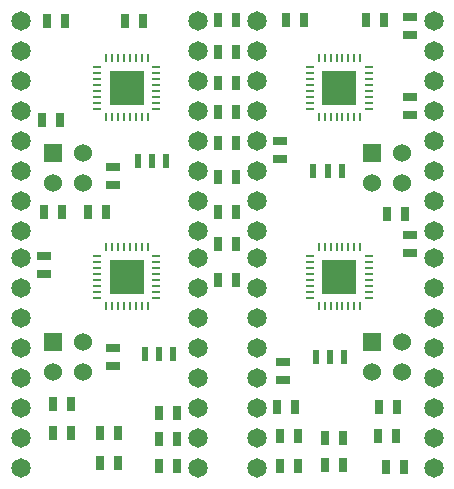
<source format=gts>
G04 (created by PCBNEW (2013-mar-13)-testing) date Tue 30 Sep 2014 12:27:09 PM PDT*
%MOIN*%
G04 Gerber Fmt 3.4, Leading zero omitted, Abs format*
%FSLAX34Y34*%
G01*
G70*
G90*
G04 APERTURE LIST*
%ADD10C,0.005906*%
%ADD11R,0.045000X0.025000*%
%ADD12C,0.065000*%
%ADD13R,0.019700X0.051200*%
%ADD14R,0.030000X0.010000*%
%ADD15R,0.010000X0.030000*%
%ADD16R,0.118100X0.118100*%
%ADD17R,0.025000X0.045000*%
%ADD18R,0.060000X0.060000*%
%ADD19C,0.060000*%
G04 APERTURE END LIST*
G54D10*
G54D11*
X23740Y-24975D03*
X23740Y-25575D03*
G54D12*
X20669Y-20122D03*
X20669Y-21122D03*
X20669Y-22122D03*
X20669Y-23122D03*
X20669Y-24122D03*
X20669Y-25122D03*
X20669Y-26122D03*
X20669Y-27122D03*
X26574Y-27122D03*
X26574Y-26122D03*
X26574Y-25122D03*
X26574Y-24122D03*
X26574Y-23122D03*
X26574Y-22122D03*
X26574Y-21122D03*
X26574Y-20122D03*
X20669Y-27996D03*
X20669Y-28996D03*
X20669Y-29996D03*
X20669Y-30996D03*
X20669Y-31996D03*
X20669Y-32996D03*
X20669Y-33996D03*
X20669Y-34996D03*
X26574Y-34996D03*
X26574Y-33996D03*
X26574Y-32996D03*
X26574Y-31996D03*
X26574Y-30996D03*
X26574Y-29996D03*
X26574Y-28996D03*
X26574Y-27996D03*
X28543Y-20122D03*
X28543Y-21122D03*
X28543Y-22122D03*
X28543Y-23122D03*
X28543Y-24122D03*
X28543Y-25122D03*
X28543Y-26122D03*
X28543Y-27122D03*
X34448Y-27122D03*
X34448Y-26122D03*
X34448Y-25122D03*
X34448Y-24122D03*
X34448Y-23122D03*
X34448Y-22122D03*
X34448Y-21122D03*
X34448Y-20122D03*
X28543Y-27996D03*
X28543Y-28996D03*
X28543Y-29996D03*
X28543Y-30996D03*
X28543Y-31996D03*
X28543Y-32996D03*
X28543Y-33996D03*
X28543Y-34996D03*
X34448Y-34996D03*
X34448Y-33996D03*
X34448Y-32996D03*
X34448Y-31996D03*
X34448Y-30996D03*
X34448Y-29996D03*
X34448Y-28996D03*
X34448Y-27996D03*
G54D13*
X25039Y-24763D03*
X25511Y-24763D03*
X24567Y-24763D03*
X25275Y-31220D03*
X25747Y-31220D03*
X24803Y-31220D03*
X30905Y-25118D03*
X31377Y-25118D03*
X30433Y-25118D03*
X30984Y-31299D03*
X31456Y-31299D03*
X30512Y-31299D03*
G54D11*
X23740Y-30999D03*
X23740Y-31599D03*
G54D14*
X23228Y-22834D03*
X23228Y-22637D03*
X23228Y-22440D03*
X23228Y-23031D03*
G54D15*
X23523Y-23326D03*
X23720Y-23326D03*
X23917Y-23326D03*
X24114Y-23326D03*
X24310Y-23326D03*
X24507Y-23326D03*
X24704Y-23326D03*
X24901Y-23326D03*
G54D14*
X25196Y-21653D03*
X25196Y-23031D03*
X25196Y-22834D03*
X25196Y-22637D03*
X25196Y-22440D03*
X25196Y-22244D03*
X25196Y-22047D03*
X25196Y-21850D03*
G54D15*
X24901Y-21358D03*
X24704Y-21358D03*
X24507Y-21358D03*
X24310Y-21358D03*
X24114Y-21358D03*
X23917Y-21358D03*
X23720Y-21358D03*
X23523Y-21358D03*
G54D14*
X23228Y-21653D03*
X23228Y-21850D03*
X23228Y-22047D03*
X23228Y-22244D03*
G54D16*
X24212Y-22342D03*
G54D14*
X23228Y-29133D03*
X23228Y-28936D03*
X23228Y-28739D03*
X23228Y-29330D03*
G54D15*
X23523Y-29625D03*
X23720Y-29625D03*
X23917Y-29625D03*
X24114Y-29625D03*
X24310Y-29625D03*
X24507Y-29625D03*
X24704Y-29625D03*
X24901Y-29625D03*
G54D14*
X25196Y-27952D03*
X25196Y-29330D03*
X25196Y-29133D03*
X25196Y-28936D03*
X25196Y-28739D03*
X25196Y-28543D03*
X25196Y-28346D03*
X25196Y-28149D03*
G54D15*
X24901Y-27657D03*
X24704Y-27657D03*
X24507Y-27657D03*
X24310Y-27657D03*
X24114Y-27657D03*
X23917Y-27657D03*
X23720Y-27657D03*
X23523Y-27657D03*
G54D14*
X23228Y-27952D03*
X23228Y-28149D03*
X23228Y-28346D03*
X23228Y-28543D03*
G54D16*
X24212Y-28641D03*
G54D14*
X30315Y-22834D03*
X30315Y-22637D03*
X30315Y-22440D03*
X30315Y-23031D03*
G54D15*
X30610Y-23326D03*
X30807Y-23326D03*
X31004Y-23326D03*
X31201Y-23326D03*
X31397Y-23326D03*
X31594Y-23326D03*
X31791Y-23326D03*
X31988Y-23326D03*
G54D14*
X32283Y-21653D03*
X32283Y-23031D03*
X32283Y-22834D03*
X32283Y-22637D03*
X32283Y-22440D03*
X32283Y-22244D03*
X32283Y-22047D03*
X32283Y-21850D03*
G54D15*
X31988Y-21358D03*
X31791Y-21358D03*
X31594Y-21358D03*
X31397Y-21358D03*
X31201Y-21358D03*
X31004Y-21358D03*
X30807Y-21358D03*
X30610Y-21358D03*
G54D14*
X30315Y-21653D03*
X30315Y-21850D03*
X30315Y-22047D03*
X30315Y-22244D03*
G54D16*
X31299Y-22342D03*
G54D14*
X30315Y-29133D03*
X30315Y-28936D03*
X30315Y-28739D03*
X30315Y-29330D03*
G54D15*
X30610Y-29625D03*
X30807Y-29625D03*
X31004Y-29625D03*
X31201Y-29625D03*
X31397Y-29625D03*
X31594Y-29625D03*
X31791Y-29625D03*
X31988Y-29625D03*
G54D14*
X32283Y-27952D03*
X32283Y-29330D03*
X32283Y-29133D03*
X32283Y-28936D03*
X32283Y-28739D03*
X32283Y-28543D03*
X32283Y-28346D03*
X32283Y-28149D03*
G54D15*
X31988Y-27657D03*
X31791Y-27657D03*
X31594Y-27657D03*
X31397Y-27657D03*
X31201Y-27657D03*
X31004Y-27657D03*
X30807Y-27657D03*
X30610Y-27657D03*
G54D14*
X30315Y-27952D03*
X30315Y-28149D03*
X30315Y-28346D03*
X30315Y-28543D03*
G54D16*
X31299Y-28641D03*
G54D11*
X29330Y-24109D03*
X29330Y-24709D03*
G54D17*
X30802Y-34015D03*
X31402Y-34015D03*
X32613Y-32992D03*
X33213Y-32992D03*
X32574Y-33937D03*
X33174Y-33937D03*
X32849Y-34960D03*
X33449Y-34960D03*
G54D11*
X33661Y-27259D03*
X33661Y-27859D03*
G54D17*
X29925Y-34940D03*
X29325Y-34940D03*
X29925Y-33956D03*
X29325Y-33956D03*
X29827Y-32972D03*
X29227Y-32972D03*
G54D11*
X29429Y-31491D03*
X29429Y-32091D03*
G54D17*
X32888Y-26535D03*
X33488Y-26535D03*
G54D11*
X33661Y-23233D03*
X33661Y-22633D03*
X33661Y-19975D03*
X33661Y-20575D03*
G54D17*
X29522Y-20078D03*
X30122Y-20078D03*
X27259Y-27559D03*
X27859Y-27559D03*
X27259Y-26476D03*
X27859Y-26476D03*
X27259Y-25295D03*
X27859Y-25295D03*
X27259Y-24173D03*
X27859Y-24173D03*
X25290Y-34940D03*
X25890Y-34940D03*
X25290Y-34055D03*
X25890Y-34055D03*
X25290Y-33169D03*
X25890Y-33169D03*
X27859Y-28740D03*
X27259Y-28740D03*
X23922Y-34842D03*
X23322Y-34842D03*
X23922Y-33858D03*
X23322Y-33858D03*
X22347Y-33858D03*
X21747Y-33858D03*
X22347Y-32874D03*
X21747Y-32874D03*
X27859Y-23149D03*
X27259Y-23149D03*
X27859Y-22165D03*
X27259Y-22165D03*
X27859Y-21141D03*
X27259Y-21141D03*
X27859Y-20078D03*
X27259Y-20078D03*
X24748Y-20118D03*
X24148Y-20118D03*
X22051Y-26476D03*
X21451Y-26476D03*
X21992Y-23425D03*
X21392Y-23425D03*
X22150Y-20118D03*
X21550Y-20118D03*
X31402Y-34921D03*
X30802Y-34921D03*
X32180Y-20078D03*
X32780Y-20078D03*
G54D11*
X21456Y-28548D03*
X21456Y-27948D03*
G54D17*
X22928Y-26476D03*
X23528Y-26476D03*
G54D18*
X21744Y-24500D03*
G54D19*
X21744Y-25500D03*
X22744Y-24500D03*
X22744Y-25500D03*
G54D18*
X21744Y-30799D03*
G54D19*
X21744Y-31799D03*
X22744Y-30799D03*
X22744Y-31799D03*
G54D18*
X32374Y-24500D03*
G54D19*
X32374Y-25500D03*
X33374Y-24500D03*
X33374Y-25500D03*
G54D18*
X32374Y-30799D03*
G54D19*
X32374Y-31799D03*
X33374Y-30799D03*
X33374Y-31799D03*
M02*

</source>
